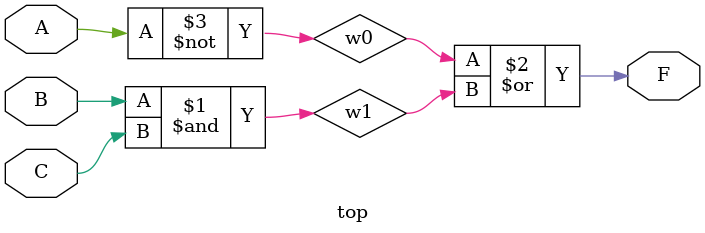
<source format=v>

module top(F, A, B, C); // done in the form of 'module name(output(s), inputs(s));'
    output F; // states that the varible 'F' is going to have data set to it
    input A, B, C; // states that varible 'A', 'B', and 'C', is going to be given
    wire w0, w1; // used as 'in-between' varibles to store data between gates

    not u0 (w0, A); // not gate, invertes the 'A' input, writes to 'w0'
    and u1 (w1, B, C); // and gate, ands the 'B' and 'C' input, writes to 'w1'
    or u2 (F, w0, w1); // or gate, ors the 'w0' and 'w1' signal, writes to 'F' output
endmodule
</source>
